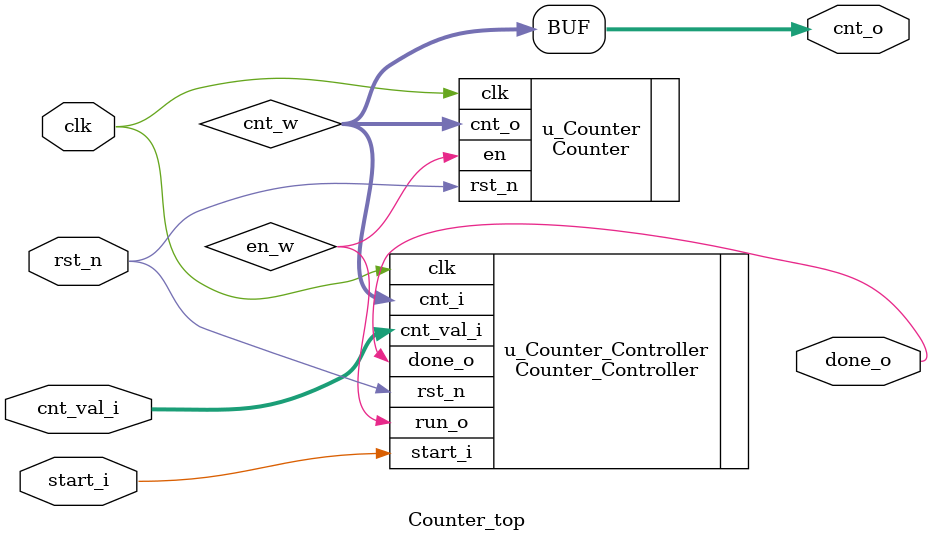
<source format=v>
module Counter_top #(
    parameter   DWIDTH = 7
)(
    input                   clk,
    input                   rst_n,
    input                   start_i,
    input   [DWIDTH-1:0]    cnt_val_i,
    output  [DWIDTH-1:0]    cnt_o,
    output                  done_o
);
    
    wire [DWIDTH-1:0]   cnt_w;
    wire                en_w;
    
    Counter #(
        .DWIDTH     ( DWIDTH )
    )u_Counter(
        .clk        ( clk   ),
        .rst_n      ( rst_n ),
        .en         ( en_w  ),
        .cnt_o      ( cnt_w )
    );

    Counter_Controller #(
        .DWIDTH     ( DWIDTH )
    )u_Counter_Controller(
        .clk        ( clk       ),
        .rst_n      ( rst_n     ),
        .start_i    ( start_i   ),
        .cnt_val_i  ( cnt_val_i ),
        .cnt_i      ( cnt_w     ),
        .run_o      ( en_w      ),
        .done_o     ( done_o    )
    );

    assign cnt_o = cnt_w;

endmodule
</source>
